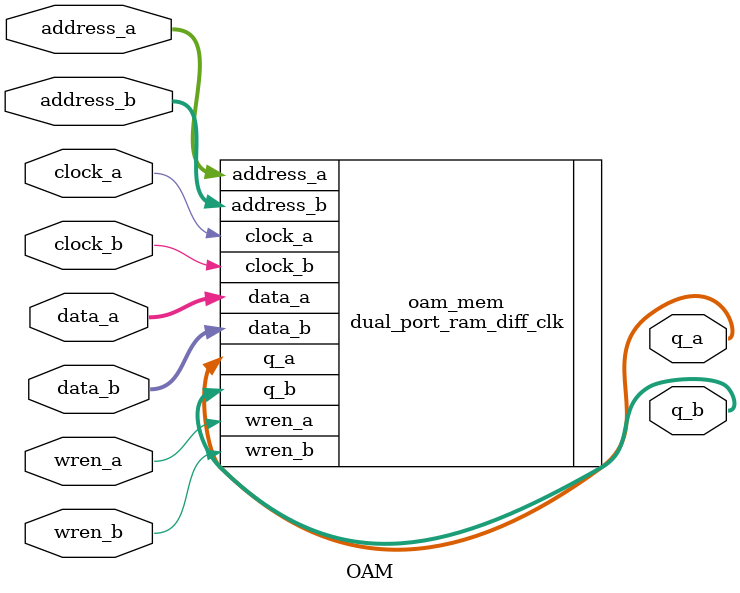
<source format=v>
`timescale 1 ps / 1 ps

module OAM (
   input [7:0] address_a,
   input [7:0] address_b,
   input clock_a,
   input clock_b,
   input [7:0] data_a,
   input [7:0] data_b,
   input wren_a,
   input wren_b,
   output [7:0] q_a,
   output [7:0] q_b
);

   // Instantiate dual_port_ram_diff_clk with parameters for 256-byte OAM
   dual_port_ram_diff_clk #(
       .ADDR_WIDTH_A(8),     // 8-bit address (256 bytes)
       .DATA_WIDTH_A(8),     // 8-bit data
       .ADDR_WIDTH_B(8),     // 8-bit address
       .DATA_WIDTH_B(8)      // 8-bit data
   ) oam_mem (
       .clock_a(clock_a),
       .clock_b(clock_b),
       
       // Port A
       .address_a(address_a),
       .data_a(data_a),
       .wren_a(wren_a),
       .q_a(q_a),
       
       // Port B
       .address_b(address_b),
       .data_b(data_b),
       .wren_b(wren_b),
       .q_b(q_b)
   );

endmodule
</source>
